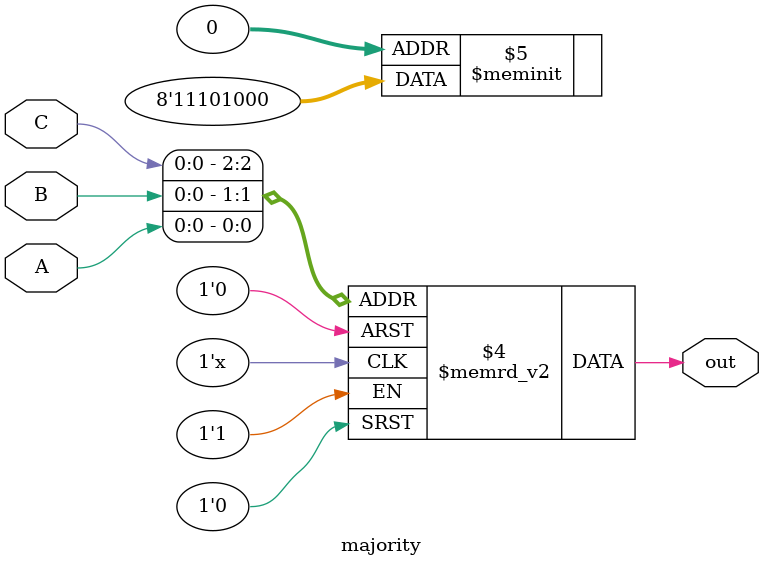
<source format=v>


module majority(output out,input A,B,C);
always@(C,B,A)
 begin
  case({C,B,A})
   3'b000: {out} = 1'b0;
   3'b001: {out} = 1'b0;
   3'b010: {out} = 1'b0;
   3'b011: {out} = 1'b1;
   3'b100: {out} = 1'b0;
   3'b101: {out} = 1'b1;
   3'b110: {out} = 1'b1;
   3'b111: {out} = 1'b1;
  endcase
 end
endmodule


</source>
